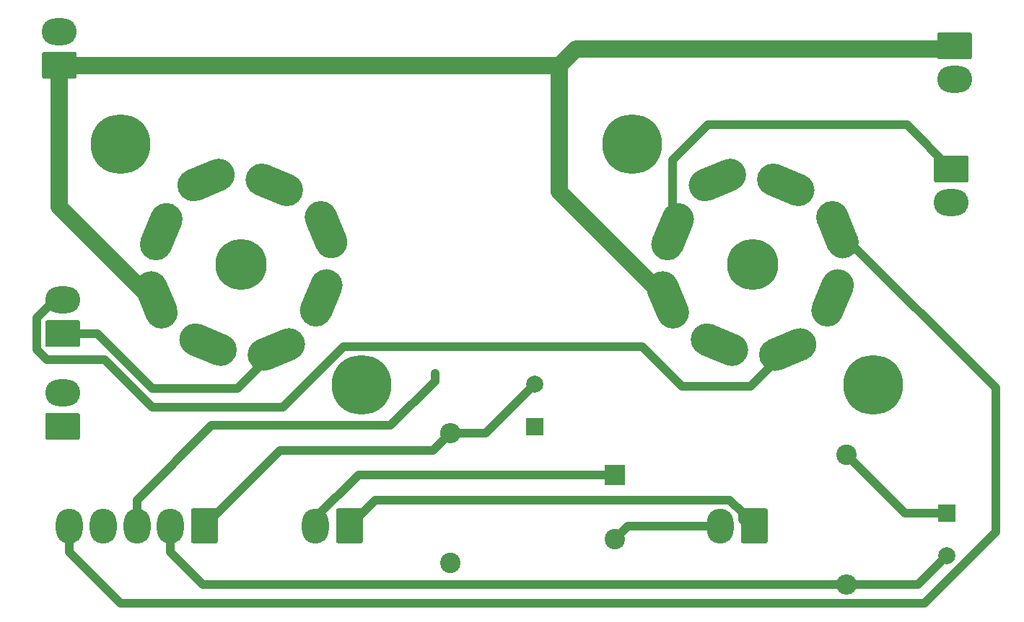
<source format=gbr>
%TF.GenerationSoftware,KiCad,Pcbnew,(5.1.6)-1*%
%TF.CreationDate,2020-10-25T20:05:07+00:00*%
%TF.ProjectId,QuadNew1 - Copy (2),51756164-4e65-4773-9120-2d20436f7079,rev?*%
%TF.SameCoordinates,Original*%
%TF.FileFunction,Copper,L2,Bot*%
%TF.FilePolarity,Positive*%
%FSLAX46Y46*%
G04 Gerber Fmt 4.6, Leading zero omitted, Abs format (unit mm)*
G04 Created by KiCad (PCBNEW (5.1.6)-1) date 2020-10-25 20:05:07*
%MOMM*%
%LPD*%
G01*
G04 APERTURE LIST*
%TA.AperFunction,ComponentPad*%
%ADD10C,2.400000*%
%TD*%
%TA.AperFunction,ComponentPad*%
%ADD11O,2.400000X2.400000*%
%TD*%
%TA.AperFunction,ComponentPad*%
%ADD12C,2.000000*%
%TD*%
%TA.AperFunction,ComponentPad*%
%ADD13R,2.000000X2.000000*%
%TD*%
%TA.AperFunction,ComponentPad*%
%ADD14C,6.000000*%
%TD*%
%TA.AperFunction,ComponentPad*%
%ADD15C,7.000000*%
%TD*%
%TA.AperFunction,ComponentPad*%
%ADD16O,4.100000X3.160000*%
%TD*%
%TA.AperFunction,ComponentPad*%
%ADD17R,2.400000X2.400000*%
%TD*%
%TA.AperFunction,ComponentPad*%
%ADD18O,3.160000X4.100000*%
%TD*%
%TA.AperFunction,ViaPad*%
%ADD19C,0.800000*%
%TD*%
%TA.AperFunction,Conductor*%
%ADD20C,1.000000*%
%TD*%
%TA.AperFunction,Conductor*%
%ADD21C,2.000000*%
%TD*%
G04 APERTURE END LIST*
D10*
%TO.P,R41,1*%
%TO.N,/PowerSupply/K4*%
X205994000Y-105283000D03*
D11*
%TO.P,R41,2*%
%TO.N,/OPT/W*%
X205994000Y-120523000D03*
%TD*%
D12*
%TO.P,C41,2*%
%TO.N,/OPT/W*%
X217805000Y-117141000D03*
D13*
%TO.P,C41,1*%
%TO.N,/PowerSupply/K4*%
X217805000Y-112141000D03*
%TD*%
%TO.P,C31,1*%
%TO.N,/PowerSupply/K3*%
X169418000Y-101981000D03*
D12*
%TO.P,C31,2*%
%TO.N,/OPT/U*%
X169418000Y-96981000D03*
%TD*%
%TO.P,V3,1*%
%TO.N,N/C*%
%TA.AperFunction,ComponentPad*%
G36*
G01*
X187642507Y-74383382D02*
X187642507Y-74383382D01*
G75*
G02*
X188670779Y-71900912I1755371J727099D01*
G01*
X191627193Y-70676326D01*
G75*
G02*
X194109663Y-71704598I727099J-1755371D01*
G01*
X194109663Y-71704598D01*
G75*
G02*
X193081391Y-74187068I-1755371J-727099D01*
G01*
X190124977Y-75411654D01*
G75*
G02*
X187642507Y-74383382I-727099J1755371D01*
G01*
G37*
%TD.AperFunction*%
%TO.P,V3,2*%
%TO.N,/+6.3v*%
%TA.AperFunction,ComponentPad*%
G36*
G01*
X202121641Y-74952776D02*
X202121641Y-74952776D01*
G75*
G02*
X199639171Y-75981048I-1755371J727099D01*
G01*
X196682757Y-74756462D01*
G75*
G02*
X195654485Y-72273992I727099J1755371D01*
G01*
X195654485Y-72273992D01*
G75*
G02*
X198136955Y-71245720I1755371J-727099D01*
G01*
X201093369Y-72470306D01*
G75*
G02*
X202121641Y-74952776I-727099J-1755371D01*
G01*
G37*
%TD.AperFunction*%
%TO.P,V3,3*%
%TO.N,/OPT/Z*%
%TA.AperFunction,ComponentPad*%
G36*
G01*
X203616618Y-75642507D02*
X203616618Y-75642507D01*
G75*
G02*
X206099088Y-76670779I727099J-1755371D01*
G01*
X207323674Y-79627193D01*
G75*
G02*
X206295402Y-82109663I-1755371J-727099D01*
G01*
X206295402Y-82109663D01*
G75*
G02*
X203812932Y-81081391I-727099J1755371D01*
G01*
X202588346Y-78124977D01*
G75*
G02*
X203616618Y-75642507I1755371J727099D01*
G01*
G37*
%TD.AperFunction*%
%TO.P,V3,4*%
%TO.N,/+330v*%
%TA.AperFunction,ComponentPad*%
G36*
G01*
X203047224Y-90121641D02*
X203047224Y-90121641D01*
G75*
G02*
X202018952Y-87639171I727099J1755371D01*
G01*
X203243538Y-84682757D01*
G75*
G02*
X205726008Y-83654485I1755371J-727099D01*
G01*
X205726008Y-83654485D01*
G75*
G02*
X206754280Y-86136955I-727099J-1755371D01*
G01*
X205529694Y-89093369D01*
G75*
G02*
X203047224Y-90121641I-1755371J727099D01*
G01*
G37*
%TD.AperFunction*%
%TO.P,V3,5*%
%TO.N,/V3*%
%TA.AperFunction,ComponentPad*%
G36*
G01*
X195890337Y-94295402D02*
X195890337Y-94295402D01*
G75*
G02*
X196918609Y-91812932I1755371J727099D01*
G01*
X199875023Y-90588346D01*
G75*
G02*
X202357493Y-91616618I727099J-1755371D01*
G01*
X202357493Y-91616618D01*
G75*
G02*
X201329221Y-94099088I-1755371J-727099D01*
G01*
X198372807Y-95323674D01*
G75*
G02*
X195890337Y-94295402I-727099J1755371D01*
G01*
G37*
%TD.AperFunction*%
%TO.P,V3,6*%
%TO.N,N/C*%
%TA.AperFunction,ComponentPad*%
G36*
G01*
X187878359Y-91047224D02*
X187878359Y-91047224D01*
G75*
G02*
X190360829Y-90018952I1755371J-727099D01*
G01*
X193317243Y-91243538D01*
G75*
G02*
X194345515Y-93726008I-727099J-1755371D01*
G01*
X194345515Y-93726008D01*
G75*
G02*
X191863045Y-94754280I-1755371J727099D01*
G01*
X188906631Y-93529694D01*
G75*
G02*
X187878359Y-91047224I727099J1755371D01*
G01*
G37*
%TD.AperFunction*%
%TO.P,V3,7*%
%TO.N,/-6.3v*%
%TA.AperFunction,ComponentPad*%
G36*
G01*
X186383382Y-90357493D02*
X186383382Y-90357493D01*
G75*
G02*
X183900912Y-89329221I-727099J1755371D01*
G01*
X182676326Y-86372807D01*
G75*
G02*
X183704598Y-83890337I1755371J727099D01*
G01*
X183704598Y-83890337D01*
G75*
G02*
X186187068Y-84918609I727099J-1755371D01*
G01*
X187411654Y-87875023D01*
G75*
G02*
X186383382Y-90357493I-1755371J-727099D01*
G01*
G37*
%TD.AperFunction*%
%TO.P,V3,8*%
%TO.N,/PowerSupply/K3*%
%TA.AperFunction,ComponentPad*%
G36*
G01*
X184273992Y-82345515D02*
X184273992Y-82345515D01*
G75*
G02*
X183245720Y-79863045I727099J1755371D01*
G01*
X184470306Y-76906631D01*
G75*
G02*
X186952776Y-75878359I1755371J-727099D01*
G01*
X186952776Y-75878359D01*
G75*
G02*
X187981048Y-78360829I-727099J-1755371D01*
G01*
X186756462Y-81317243D01*
G75*
G02*
X184273992Y-82345515I-1755371J727099D01*
G01*
G37*
%TD.AperFunction*%
D14*
%TO.P,V3,*%
%TO.N,*%
X195000000Y-83000000D03*
D15*
%TO.P,V3,9*%
%TO.N,N/C*%
X180857864Y-68857864D03*
%TO.P,V3,10*%
X209142136Y-97142136D03*
%TD*%
D10*
%TO.P,R31,1*%
%TO.N,/PowerSupply/K3*%
X159512000Y-117983000D03*
D11*
%TO.P,R31,2*%
%TO.N,/OPT/U*%
X159512000Y-102743000D03*
%TD*%
%TO.P,J7,1*%
%TO.N,/V4*%
%TA.AperFunction,ComponentPad*%
G36*
G01*
X115846000Y-92662000D02*
X112246000Y-92662000D01*
G75*
G02*
X111996000Y-92412000I0J250000D01*
G01*
X111996000Y-89752000D01*
G75*
G02*
X112246000Y-89502000I250000J0D01*
G01*
X115846000Y-89502000D01*
G75*
G02*
X116096000Y-89752000I0J-250000D01*
G01*
X116096000Y-92412000D01*
G75*
G02*
X115846000Y-92662000I-250000J0D01*
G01*
G37*
%TD.AperFunction*%
D16*
%TO.P,J7,2*%
%TO.N,/V3*%
X114046000Y-87122000D03*
%TD*%
D15*
%TO.P,V4,10*%
%TO.N,N/C*%
X149142136Y-97142136D03*
%TO.P,V4,9*%
X120857864Y-68857864D03*
D14*
%TO.P,V4,*%
%TO.N,*%
X135000000Y-83000000D03*
%TO.P,V4,8*%
%TO.N,/PowerSupply/K4*%
%TA.AperFunction,ComponentPad*%
G36*
G01*
X124273992Y-82345515D02*
X124273992Y-82345515D01*
G75*
G02*
X123245720Y-79863045I727099J1755371D01*
G01*
X124470306Y-76906631D01*
G75*
G02*
X126952776Y-75878359I1755371J-727099D01*
G01*
X126952776Y-75878359D01*
G75*
G02*
X127981048Y-78360829I-727099J-1755371D01*
G01*
X126756462Y-81317243D01*
G75*
G02*
X124273992Y-82345515I-1755371J727099D01*
G01*
G37*
%TD.AperFunction*%
%TO.P,V4,7*%
%TO.N,/-6.3v*%
%TA.AperFunction,ComponentPad*%
G36*
G01*
X126383382Y-90357493D02*
X126383382Y-90357493D01*
G75*
G02*
X123900912Y-89329221I-727099J1755371D01*
G01*
X122676326Y-86372807D01*
G75*
G02*
X123704598Y-83890337I1755371J727099D01*
G01*
X123704598Y-83890337D01*
G75*
G02*
X126187068Y-84918609I727099J-1755371D01*
G01*
X127411654Y-87875023D01*
G75*
G02*
X126383382Y-90357493I-1755371J-727099D01*
G01*
G37*
%TD.AperFunction*%
%TO.P,V4,6*%
%TO.N,N/C*%
%TA.AperFunction,ComponentPad*%
G36*
G01*
X127878359Y-91047224D02*
X127878359Y-91047224D01*
G75*
G02*
X130360829Y-90018952I1755371J-727099D01*
G01*
X133317243Y-91243538D01*
G75*
G02*
X134345515Y-93726008I-727099J-1755371D01*
G01*
X134345515Y-93726008D01*
G75*
G02*
X131863045Y-94754280I-1755371J727099D01*
G01*
X128906631Y-93529694D01*
G75*
G02*
X127878359Y-91047224I727099J1755371D01*
G01*
G37*
%TD.AperFunction*%
%TO.P,V4,5*%
%TO.N,/V4*%
%TA.AperFunction,ComponentPad*%
G36*
G01*
X135890337Y-94295402D02*
X135890337Y-94295402D01*
G75*
G02*
X136918609Y-91812932I1755371J727099D01*
G01*
X139875023Y-90588346D01*
G75*
G02*
X142357493Y-91616618I727099J-1755371D01*
G01*
X142357493Y-91616618D01*
G75*
G02*
X141329221Y-94099088I-1755371J-727099D01*
G01*
X138372807Y-95323674D01*
G75*
G02*
X135890337Y-94295402I-727099J1755371D01*
G01*
G37*
%TD.AperFunction*%
%TO.P,V4,4*%
%TO.N,/+330v*%
%TA.AperFunction,ComponentPad*%
G36*
G01*
X143047224Y-90121641D02*
X143047224Y-90121641D01*
G75*
G02*
X142018952Y-87639171I727099J1755371D01*
G01*
X143243538Y-84682757D01*
G75*
G02*
X145726008Y-83654485I1755371J-727099D01*
G01*
X145726008Y-83654485D01*
G75*
G02*
X146754280Y-86136955I-727099J-1755371D01*
G01*
X145529694Y-89093369D01*
G75*
G02*
X143047224Y-90121641I-1755371J727099D01*
G01*
G37*
%TD.AperFunction*%
%TO.P,V4,3*%
%TO.N,/OPT/X*%
%TA.AperFunction,ComponentPad*%
G36*
G01*
X143616618Y-75642507D02*
X143616618Y-75642507D01*
G75*
G02*
X146099088Y-76670779I727099J-1755371D01*
G01*
X147323674Y-79627193D01*
G75*
G02*
X146295402Y-82109663I-1755371J-727099D01*
G01*
X146295402Y-82109663D01*
G75*
G02*
X143812932Y-81081391I-727099J1755371D01*
G01*
X142588346Y-78124977D01*
G75*
G02*
X143616618Y-75642507I1755371J727099D01*
G01*
G37*
%TD.AperFunction*%
%TO.P,V4,2*%
%TO.N,/+6.3v*%
%TA.AperFunction,ComponentPad*%
G36*
G01*
X142121641Y-74952776D02*
X142121641Y-74952776D01*
G75*
G02*
X139639171Y-75981048I-1755371J727099D01*
G01*
X136682757Y-74756462D01*
G75*
G02*
X135654485Y-72273992I727099J1755371D01*
G01*
X135654485Y-72273992D01*
G75*
G02*
X138136955Y-71245720I1755371J-727099D01*
G01*
X141093369Y-72470306D01*
G75*
G02*
X142121641Y-74952776I-727099J-1755371D01*
G01*
G37*
%TD.AperFunction*%
%TO.P,V4,1*%
%TO.N,N/C*%
%TA.AperFunction,ComponentPad*%
G36*
G01*
X127642507Y-74383382D02*
X127642507Y-74383382D01*
G75*
G02*
X128670779Y-71900912I1755371J727099D01*
G01*
X131627193Y-70676326D01*
G75*
G02*
X134109663Y-71704598I727099J-1755371D01*
G01*
X134109663Y-71704598D01*
G75*
G02*
X133081391Y-74187068I-1755371J-727099D01*
G01*
X130124977Y-75411654D01*
G75*
G02*
X127642507Y-74383382I-727099J1755371D01*
G01*
G37*
%TD.AperFunction*%
%TD*%
D10*
%TO.P,C13,2*%
%TO.N,/0v*%
X178816000Y-115196000D03*
D17*
%TO.P,C13,1*%
%TO.N,/+330v*%
X178816000Y-107696000D03*
%TD*%
%TO.P,L1,1*%
%TO.N,/+340v*%
%TA.AperFunction,ComponentPad*%
G36*
G01*
X149281000Y-111865000D02*
X149281000Y-115465000D01*
G75*
G02*
X149031000Y-115715000I-250000J0D01*
G01*
X146371000Y-115715000D01*
G75*
G02*
X146121000Y-115465000I0J250000D01*
G01*
X146121000Y-111865000D01*
G75*
G02*
X146371000Y-111615000I250000J0D01*
G01*
X149031000Y-111615000D01*
G75*
G02*
X149281000Y-111865000I0J-250000D01*
G01*
G37*
%TD.AperFunction*%
D18*
%TO.P,L1,2*%
%TO.N,/+330v*%
X143741000Y-113665000D03*
%TD*%
%TO.P,J11,1*%
%TO.N,/-6.3v*%
%TA.AperFunction,ComponentPad*%
G36*
G01*
X216894000Y-55697000D02*
X220494000Y-55697000D01*
G75*
G02*
X220744000Y-55947000I0J-250000D01*
G01*
X220744000Y-58607000D01*
G75*
G02*
X220494000Y-58857000I-250000J0D01*
G01*
X216894000Y-58857000D01*
G75*
G02*
X216644000Y-58607000I0J250000D01*
G01*
X216644000Y-55947000D01*
G75*
G02*
X216894000Y-55697000I250000J0D01*
G01*
G37*
%TD.AperFunction*%
D16*
%TO.P,J11,2*%
%TO.N,/+6.3v*%
X218694000Y-61237000D03*
%TD*%
%TO.P,J12,1*%
%TO.N,/-6.3v*%
%TA.AperFunction,ComponentPad*%
G36*
G01*
X115465000Y-61143000D02*
X111865000Y-61143000D01*
G75*
G02*
X111615000Y-60893000I0J250000D01*
G01*
X111615000Y-58233000D01*
G75*
G02*
X111865000Y-57983000I250000J0D01*
G01*
X115465000Y-57983000D01*
G75*
G02*
X115715000Y-58233000I0J-250000D01*
G01*
X115715000Y-60893000D01*
G75*
G02*
X115465000Y-61143000I-250000J0D01*
G01*
G37*
%TD.AperFunction*%
%TO.P,J12,2*%
%TO.N,/+6.3v*%
X113665000Y-55603000D03*
%TD*%
%TO.P,J15,2*%
%TO.N,/PowerSupply/K4*%
X218313000Y-75715000D03*
%TO.P,J15,1*%
%TO.N,/PowerSupply/K3*%
%TA.AperFunction,ComponentPad*%
G36*
G01*
X216513000Y-70175000D02*
X220113000Y-70175000D01*
G75*
G02*
X220363000Y-70425000I0J-250000D01*
G01*
X220363000Y-73085000D01*
G75*
G02*
X220113000Y-73335000I-250000J0D01*
G01*
X216513000Y-73335000D01*
G75*
G02*
X216263000Y-73085000I0J250000D01*
G01*
X216263000Y-70425000D01*
G75*
G02*
X216513000Y-70175000I250000J0D01*
G01*
G37*
%TD.AperFunction*%
%TD*%
D18*
%TO.P,J6,2*%
%TO.N,/0v*%
X191239000Y-113665000D03*
%TO.P,J6,1*%
%TO.N,/+340v*%
%TA.AperFunction,ComponentPad*%
G36*
G01*
X196779000Y-111865000D02*
X196779000Y-115465000D01*
G75*
G02*
X196529000Y-115715000I-250000J0D01*
G01*
X193869000Y-115715000D01*
G75*
G02*
X193619000Y-115465000I0J250000D01*
G01*
X193619000Y-111865000D01*
G75*
G02*
X193869000Y-111615000I250000J0D01*
G01*
X196529000Y-111615000D01*
G75*
G02*
X196779000Y-111865000I0J-250000D01*
G01*
G37*
%TD.AperFunction*%
%TD*%
%TO.P,J5,1*%
%TO.N,/OPT/U*%
%TA.AperFunction,ComponentPad*%
G36*
G01*
X132263000Y-111865000D02*
X132263000Y-115465000D01*
G75*
G02*
X132013000Y-115715000I-250000J0D01*
G01*
X129353000Y-115715000D01*
G75*
G02*
X129103000Y-115465000I0J250000D01*
G01*
X129103000Y-111865000D01*
G75*
G02*
X129353000Y-111615000I250000J0D01*
G01*
X132013000Y-111615000D01*
G75*
G02*
X132263000Y-111865000I0J-250000D01*
G01*
G37*
%TD.AperFunction*%
%TO.P,J5,2*%
%TO.N,/OPT/W*%
X126723000Y-113665000D03*
%TO.P,J5,3*%
%TO.N,/OPT/X*%
X122763000Y-113665000D03*
%TO.P,J5,4*%
%TO.N,/+340v*%
X118803000Y-113665000D03*
%TO.P,J5,5*%
%TO.N,/OPT/Z*%
X114843000Y-113665000D03*
%TD*%
%TO.P,J16,1*%
%TO.N,/+330v*%
%TA.AperFunction,ComponentPad*%
G36*
G01*
X115846000Y-103561000D02*
X112246000Y-103561000D01*
G75*
G02*
X111996000Y-103311000I0J250000D01*
G01*
X111996000Y-100651000D01*
G75*
G02*
X112246000Y-100401000I250000J0D01*
G01*
X115846000Y-100401000D01*
G75*
G02*
X116096000Y-100651000I0J-250000D01*
G01*
X116096000Y-103311000D01*
G75*
G02*
X115846000Y-103561000I-250000J0D01*
G01*
G37*
%TD.AperFunction*%
D16*
%TO.P,J16,2*%
%TO.N,/0v*%
X114046000Y-98021000D03*
%TD*%
D19*
%TO.N,/OPT/X*%
X157734000Y-95758000D03*
%TD*%
D20*
%TO.N,/V3*%
X194797925Y-97282000D02*
X199123915Y-92956010D01*
X110995990Y-92929774D02*
X112173216Y-94107000D01*
X186690000Y-97282000D02*
X194797925Y-97282000D01*
X112173216Y-94107000D02*
X118999000Y-94107000D01*
X114046000Y-87122000D02*
X113108216Y-87122000D01*
X113108216Y-87122000D02*
X110995990Y-89234226D01*
X124587000Y-99695000D02*
X139929270Y-99695000D01*
X118999000Y-94107000D02*
X124587000Y-99695000D01*
X110995990Y-89234226D02*
X110995990Y-92929774D01*
X139929270Y-99695000D02*
X146982135Y-92642135D01*
X146982135Y-92642135D02*
X182050135Y-92642135D01*
X182050135Y-92642135D02*
X186690000Y-97282000D01*
%TO.N,/V4*%
X134543925Y-97536000D02*
X139123915Y-92956010D01*
X114046000Y-91082000D02*
X118133000Y-91082000D01*
X124587000Y-97536000D02*
X134543925Y-97536000D01*
X118133000Y-91082000D02*
X124587000Y-97536000D01*
%TO.N,/0v*%
X180347000Y-113665000D02*
X178816000Y-115196000D01*
X191239000Y-113665000D02*
X180347000Y-113665000D01*
%TO.N,/+330v*%
X148772216Y-107696000D02*
X178816000Y-107696000D01*
X143741000Y-112727216D02*
X148772216Y-107696000D01*
%TO.N,/PowerSupply/K3*%
X189738000Y-66548000D02*
X213106000Y-66548000D01*
X185613384Y-79111937D02*
X185613384Y-70672616D01*
X213106000Y-66548000D02*
X218313000Y-71755000D01*
X185613384Y-70672616D02*
X189738000Y-66548000D01*
%TO.N,/OPT/U*%
X163656000Y-102743000D02*
X169418000Y-96981000D01*
X159512000Y-102743000D02*
X163656000Y-102743000D01*
X157480000Y-104775000D02*
X159512000Y-102743000D01*
X130683000Y-113665000D02*
X139573000Y-104775000D01*
X139573000Y-104775000D02*
X157480000Y-104775000D01*
%TO.N,/OPT/W*%
X214423000Y-120523000D02*
X217805000Y-117141000D01*
X205994000Y-120523000D02*
X214423000Y-120523000D01*
X126723000Y-116715000D02*
X126723000Y-113665000D01*
X130531000Y-120523000D02*
X126723000Y-116715000D01*
X205994000Y-120523000D02*
X130531000Y-120523000D01*
%TO.N,/PowerSupply/K4*%
X212852000Y-112141000D02*
X205994000Y-105283000D01*
X217805000Y-112141000D02*
X212852000Y-112141000D01*
D21*
%TO.N,/-6.3v*%
X172339000Y-59563000D02*
X113665000Y-59563000D01*
X172339000Y-74418925D02*
X172339000Y-59563000D01*
X185043990Y-87123915D02*
X172339000Y-74418925D01*
D20*
X125043990Y-87123915D02*
X124588915Y-87123915D01*
D21*
X113665000Y-76200000D02*
X113665000Y-59563000D01*
X124588915Y-87123915D02*
X113665000Y-76200000D01*
X172339000Y-59563000D02*
X174244000Y-57658000D01*
X218313000Y-57658000D02*
X218694000Y-57277000D01*
X174244000Y-57658000D02*
X218313000Y-57658000D01*
D20*
%TO.N,/OPT/X*%
X122763000Y-110615000D02*
X131524000Y-101854000D01*
X122763000Y-113665000D02*
X122763000Y-110615000D01*
X131524000Y-101854000D02*
X152527000Y-101854000D01*
X152527000Y-101854000D02*
X157734000Y-96647000D01*
X157734000Y-96647000D02*
X157734000Y-95758000D01*
%TO.N,/OPT/Z*%
X204956010Y-78876085D02*
X223520000Y-97440075D01*
X215183001Y-122723001D02*
X120851001Y-122723001D01*
X223520000Y-114386002D02*
X215183001Y-122723001D01*
X114843000Y-116715000D02*
X114843000Y-113665000D01*
X120851001Y-122723001D02*
X114843000Y-116715000D01*
X223520000Y-97440075D02*
X223520000Y-114386002D01*
%TO.N,/+340v*%
X150751010Y-110614990D02*
X147701000Y-113665000D01*
X192307675Y-110614990D02*
X150751010Y-110614990D01*
X193819010Y-112126325D02*
X192307675Y-110614990D01*
X193819010Y-112920010D02*
X193819010Y-112126325D01*
X194564000Y-113665000D02*
X193819010Y-112920010D01*
X195199000Y-113665000D02*
X194564000Y-113665000D01*
%TD*%
M02*

</source>
